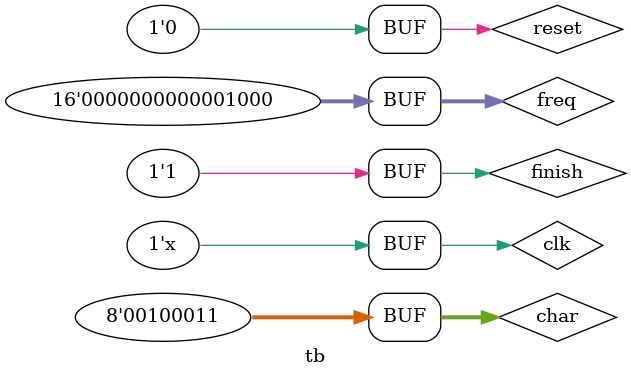
<source format=v>
`timescale 1ns / 1ps

module tb;

    // Inputs
    reg clk;
    reg reset;
    reg [7:0] char;
    reg [15:0] freq;
    reg finish;

    // Outputs
    wire [1:0] format_type;
    wire [3:0] error_code;

    always @(posedge clk) begin
        if (!reset && !finish) begin
            $display("%d", format_type);
        end
    end

    // Instantiate the Unit Under Test (UUT)
    cpu_checker uut (
        .clk(clk),
        .reset(reset),
        .char(char),
        .freq(freq),
        .format_type(format_type),
        .error_code(error_code)
    );

    initial begin
        // Initialize Inputs
        clk = 0;
        reset = 1;
        char = 0;
        freq = 8;
        finish = 0;

        #10 reset = 0;
        #2 char = "^";
        #2 char = "2";
        #2 char = "4";
        #2 char = "2";
        #2 char = "@";
        #2 char = "0";
        #2 char = "0";
        #2 char = "0";
        #2 char = "0";
        #2 char = "3";
        #2 char = "0";
        #2 char = "f";
        #2 char = "4";
        #2 char = ":";
        #2 char = " ";
        #2 char = "$";
        #2 char = "3";
        #2 char = "1";
        #2 char = " ";
        #2 char = "<";
        #2 char = "=";
        #2 char = "1";
        #2 char = "2";
        #2 char = "3";
        #2 char = "4";
        #2 char = "5";
        #2 char = "6";
        #2 char = "7";
        #2 char = "8";
        #2 char = "#";
        #2 char = " ";
        #2 char = "^";
        #2 char = "2";
        #2 char = "4";
        #2 char = "2";
        #2 char = "@";
        #2 char = "0";
        #2 char = "0";
        #2 char = "0";
        #2 char = "0";
        #2 char = "3";
        #2 char = "0";
        #2 char = "f";
        #2 char = "4";
        #2 char = ":";
        #2 char = " ";
        #2 char = "$";
        #2 char = "3";
        #2 char = "1";
        #2 char = " ";
        #2 char = "<";
        #2 char = "=";
        #2 char = "1";
        #2 char = "2";
        #2 char = "3";
        #2 char = "2";
        #2 char = "1";
        #2 char = "5";
        #2 char = "#";
        #2 char = "^";
        #2 char = "2";
        #2 char = "4";
        #2 char = "2";
        #2 char = "@";
        #2 char = "0";
        #2 char = "0";
        #2 char = "0";
        #2 char = "0";
        #2 char = "3";
        #2 char = "0";
        #2 char = "f";
        #2 char = "4";
        #2 char = ":";
        #2 char = " ";
        #2 char = "$";
        #2 char = "3";
        #2 char = "1";
        #2 char = " ";
        #2 char = "<";
        #2 char = "=";
        #2 char = "1";
        #2 char = "2";
        #2 char = "3";
        #2 char = "2";
        #2 char = "1";
        #2 char = "5";
        #2 char = "8";
        #2 char = "9";
        #2 char = "9";
        #2 char = "8";
        #2 char = "#";
        #2 char = "^";
        #2 char = "2";
        #2 char = "4";
        #2 char = "2";
        #2 char = "@";
        #2 char = "0";
        #2 char = "0";
        #2 char = "0";
        #2 char = "0";
        #2 char = "3";
        #2 char = "0";
        #2 char = "f";
        #2 char = "4";
        #2 char = ":";
        #2 char = " ";
        #2 char = "$";
        #2 char = "3";
        #2 char = "1";
        #2 char = " ";
        #2 char = "<";
        #2 char = "=";
        #2 char = "#";
        #2 char = "^";
        #2 char = "2";
        #2 char = "4";
        #2 char = "2";
        #2 char = "@";
        #2 char = "0";
        #2 char = "0";
        #2 char = "0";
        #2 char = "0";
        #2 char = "3";
        #2 char = "0";
        #2 char = "f";
        #2 char = "4";
        #2 char = ":";
        #2 char = " ";
        #2 char = "$";
        #2 char = "3";
        #2 char = "1";
        #2 char = " ";
        #2 char = "<";
        #2 char = "=";
        #2 char = " ";
        #2 char = " ";
        #2 char = " ";
        #2 char = "1";
        #2 char = "2";
        #2 char = "3";
        #2 char = "2";
        #2 char = "1";
        #2 char = "5";
        #2 char = " ";
        #2 char = "#";
        #2 char = "^";
        #2 char = "2";
        #2 char = "4";
        #2 char = "2";
        #2 char = "@";
        #2 char = "0";
        #2 char = "0";
        #2 char = "0";
        #2 char = "0";
        #2 char = "3";
        #2 char = "0";
        #2 char = "f";
        #2 char = "4";
        #2 char = ":";
        #2 char = " ";
        #2 char = "$";
        #2 char = "3";
        #2 char = "1";
        #2 char = " ";
        #2 char = "<";
        #2 char = "=";
        #2 char = " ";
        #2 char = " ";
        #2 char = " ";
        #2 char = "a";
        #2 char = "b";
        #2 char = "1";
        #2 char = "2";
        #2 char = "3";
        #2 char = "2";
        #2 char = "1";
        #2 char = "5";
        #2 char = " ";
        #2 char = "#";
        #2 char = "^";
        #2 char = "2";
        #2 char = "4";
        #2 char = "2";
        #2 char = "@";
        #2 char = "0";
        #2 char = "0";
        #2 char = "0";
        #2 char = "0";
        #2 char = "3";
        #2 char = "0";
        #2 char = "f";
        #2 char = "4";
        #2 char = ":";
        #2 char = " ";
        #2 char = "$";
        #2 char = "3";
        #2 char = "1";
        #2 char = " ";
        #2 char = "<";
        #2 char = "=";
        #2 char = " ";
        #2 char = " ";
        #2 char = " ";
        #2 char = "A";
        #2 char = "b";
        #2 char = "1";
        #2 char = "2";
        #2 char = "3";
        #2 char = "2";
        #2 char = "1";
        #2 char = "5";
        #2 char = " ";
        #2 char = "#";
        #2 char = "^";
        #2 char = "3";
        #2 char = "3";
        #2 char = "8";
        #2 char = "@";
        #2 char = "0";
        #2 char = "0";
        #2 char = "0";
        #2 char = "0";
        #2 char = "3";
        #2 char = "1";
        #2 char = "3";
        #2 char = "0";
        #2 char = ":";
        #2 char = " ";
        #2 char = "*";
        #2 char = "0";
        #2 char = "0";
        #2 char = "0";
        #2 char = "0";
        #2 char = "0";
        #2 char = "0";
        #2 char = "8";
        #2 char = "8";
        #2 char = " ";
        #2 char = "<";
        #2 char = "=";
        #2 char = " ";
        #2 char = "F";
        #2 char = "f";
        #2 char = "f";
        #2 char = "f";
        #2 char = "b";
        #2 char = "5";
        #2 char = "2";
        #2 char = "8";
        #2 char = "#";
        #2 char = "^";
        #2 char = "3";
        #2 char = "3";
        #2 char = "8";
        #2 char = "@";
        #2 char = "0";
        #2 char = "0";
        #2 char = "0";
        #2 char = "0";
        #2 char = "3";
        #2 char = "1";
        #2 char = "3";
        #2 char = "0";
        #2 char = ":";
        #2 char = " ";
        #2 char = "*";
        #2 char = "0";
        #2 char = "0";
        #2 char = "0";
        #2 char = "0";
        #2 char = "0";
        #2 char = "0";
        #2 char = "8";
        #2 char = "8";
        #2 char = " ";
        #2 char = "<";
        #2 char = "=";
        #2 char = " ";
        #2 char = "f";
        #2 char = "f";
        #2 char = "f";
        #2 char = "f";
        #2 char = "b";
        #2 char = "5";
        #2 char = "2";
        #2 char = "8";
        #2 char = "#";
        #2 char = "^";
        #2 char = "3";
        #2 char = "3";
        #2 char = "8";
        #2 char = "@";
        #2 char = "0";
        #2 char = "0";
        #2 char = "0";
        #2 char = "0";
        #2 char = "3";
        #2 char = "1";
        #2 char = "3";
        #2 char = "0";
        #2 char = ":";
        #2 char = " ";
        #2 char = "*";
        #2 char = "0";
        #2 char = "0";
        #2 char = "0";
        #2 char = "0";
        #2 char = "0";
        #2 char = "0";
        #2 char = "8";
        #2 char = "8";
        #2 char = " ";
        #2 char = "<";
        #2 char = "=";
        #2 char = "#";
        #2 char = "^";
        #2 char = "3";
        #2 char = "3";
        #2 char = "8";
        #2 char = "@";
        #2 char = "0";
        #2 char = "0";
        #2 char = "0";
        #2 char = "0";
        #2 char = "3";
        #2 char = "1";
        #2 char = "3";
        #2 char = "0";
        #2 char = ":";
        #2 char = " ";
        #2 char = "*";
        #2 char = "0";
        #2 char = "0";
        #2 char = "0";
        #2 char = "0";
        #2 char = "0";
        #2 char = "0";
        #2 char = "8";
        #2 char = "8";
        #2 char = " ";
        #2 char = "<";
        #2 char = "=";
        #2 char = " ";
        #2 char = "f";
        #2 char = "f";
        #2 char = "f";
        #2 char = "f";
        #2 char = "b";
        #2 char = "5";
        #2 char = "2";
        #2 char = "8";
        #2 char = "1";
        #2 char = "2";
        #2 char = "#";
        #2 char = "^";
        #2 char = "3";
        #2 char = "3";
        #2 char = "8";
        #2 char = "@";
        #2 char = "0";
        #2 char = "0";
        #2 char = "0";
        #2 char = "0";
        #2 char = "3";
        #2 char = "1";
        #2 char = "3";
        #2 char = "0";
        #2 char = ":";
        #2 char = " ";
        #2 char = "*";
        #2 char = "0";
        #2 char = "0";
        #2 char = "0";
        #2 char = "0";
        #2 char = "0";
        #2 char = "0";
        #2 char = "8";
        #2 char = "8";
        #2 char = " ";
        #2 char = "<";
        #2 char = "=";
        #2 char = " ";
        #2 char = "f";
        #2 char = "f";
        #2 char = "f";
        #2 char = "f";
        #2 char = "b";
        #2 char = "5";
        #2 char = "2";
        #2 char = "#";
        #2 char = "^";
        #2 char = "3";
        #2 char = "3";
        #2 char = "8";
        #2 char = "@";
        #2 char = "0";
        #2 char = "0";
        #2 char = "0";
        #2 char = "0";
        #2 char = "3";
        #2 char = "1";
        #2 char = "3";
        #2 char = "0";
        #2 char = ":";
        #2 char = " ";
        #2 char = "*";
        #2 char = "0";
        #2 char = "0";
        #2 char = "0";
        #2 char = "0";
        #2 char = "0";
        #2 char = "0";
        #2 char = "8";
        #2 char = "8";
        #2 char = " ";
        #2 char = "<";
        #2 char = "=";
        #2 char = " ";
        #2 char = "f";
        #2 char = "f";
        #2 char = "f";
        #2 char = "f";
        #2 char = "B";
        #2 char = "5";
        #2 char = "2";
        #2 char = "8";
        #2 char = "#";
        #2 char = "^";
        #2 char = "3";
        #2 char = "3";
        #2 char = "8";
        #2 char = "@";
        #2 char = "0";
        #2 char = "0";
        #2 char = "0";
        #2 char = "0";
        #2 char = "3";
        #2 char = "1";
        #2 char = "3";
        #2 char = "0";
        #2 char = ":";
        #2 char = " ";
        #2 char = "*";
        #2 char = "0";
        #2 char = "0";
        #2 char = "0";
        #2 char = "0";
        #2 char = "0";
        #2 char = "0";
        #2 char = "8";
        #2 char = "8";
        #2 char = " ";
        #2 char = "<";
        #2 char = "=";
        #2 char = " ";
        #2 char = "f";
        #2 char = "f";
        #2 char = "f";
        #2 char = "f";
        #2 char = "b";
        #2 char = "5";
        #2 char = "2";
        #2 char = "B";
        #2 char = "#";
        #2 char = "^";
        #2 char = "3";
        #2 char = "3";
        #2 char = "8";
        #2 char = "@";
        #2 char = "0";
        #2 char = "0";
        #2 char = "0";
        #2 char = "0";
        #2 char = "3";
        #2 char = "1";
        #2 char = "3";
        #2 char = "0";
        #2 char = ":";
        #2 char = " ";
        #2 char = "*";
        #2 char = "0";
        #2 char = "0";
        #2 char = "0";
        #2 char = "0";
        #2 char = "0";
        #2 char = "0";
        #2 char = "8";
        #2 char = "8";
        #2 char = " ";
        #2 char = "<";
        #2 char = "=";
        #2 char = " ";
        #2 char = "f";
        #2 char = "f";
        #2 char = "f";
        #2 char = "f";
        #2 char = "b";
        #2 char = "5";
        #2 char = "2";
        #2 char = "B";
        #2 char = "#";
        #2 char = "^";
        #2 char = "3";
        #2 char = "3";
        #2 char = "8";
        #2 char = "@";
        #2 char = "0";
        #2 char = "0";
        #2 char = "0";
        #2 char = "0";
        #2 char = "3";
        #2 char = "1";
        #2 char = "3";
        #2 char = "0";
        #2 char = ":";
        #2 char = " ";
        #2 char = "*";
        #2 char = "0";
        #2 char = "0";
        #2 char = "0";
        #2 char = "0";
        #2 char = "0";
        #2 char = "0";
        #2 char = "8";
        #2 char = "8";
        #2 char = " ";
        #2 char = "<";
        #2 char = "=";
        #2 char = " ";
        #2 char = "f";
        #2 char = "f";
        #2 char = "f";
        #2 char = "f";
        #2 char = "b";
        #2 char = "5";
        #2 char = "2";
        #2 char = "B";
        #2 char = " ";
        #2 char = "#";
        #20 finish = 1;
    end

    always #1 clk = ~clk;

endmodule


</source>
